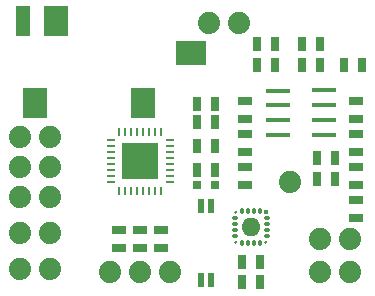
<source format=gts>
G04 (created by PCBNEW (2013-jul-07)-stable) date Fri 27 Jan 2017 11:51:30 PM EST*
%MOIN*%
G04 Gerber Fmt 3.4, Leading zero omitted, Abs format*
%FSLAX34Y34*%
G01*
G70*
G90*
G04 APERTURE LIST*
%ADD10C,0.00590551*%
%ADD11R,0.0133X0.0133*%
%ADD12O,0.011X0.024*%
%ADD13O,0.0133X0.0133*%
%ADD14O,0.024X0.011*%
%ADD15O,0.0629X0.0629*%
%ADD16R,0.0314X0.0112*%
%ADD17R,0.0112X0.0314*%
%ADD18R,0.124X0.124*%
%ADD19C,0.074*%
%ADD20R,0.045X0.025*%
%ADD21R,0.025X0.045*%
%ADD22R,0.0314X0.0314*%
%ADD23R,0.0236X0.0472*%
%ADD24R,0.0826772X0.0161417*%
%ADD25R,0.0787X0.0984*%
%ADD26R,0.0472X0.0984*%
%ADD27R,0.0984X0.0787*%
G04 APERTURE END LIST*
G54D10*
G54D11*
X16998Y-11599D03*
G54D12*
X16795Y-11575D03*
X16598Y-11575D03*
X16402Y-11575D03*
X16205Y-11575D03*
G54D13*
X16002Y-11602D03*
G54D14*
X15975Y-11805D03*
X15975Y-12002D03*
X15975Y-12198D03*
X15975Y-12395D03*
G54D13*
X16002Y-12598D03*
G54D12*
X16205Y-12625D03*
X16402Y-12625D03*
X16598Y-12625D03*
X16795Y-12625D03*
G54D13*
X16998Y-12598D03*
G54D14*
X17025Y-12395D03*
X17025Y-12198D03*
X17025Y-12002D03*
X17025Y-11805D03*
G54D15*
X16500Y-12100D03*
G54D16*
X13784Y-10588D03*
X13784Y-10392D03*
X13784Y-10195D03*
X13784Y-9998D03*
X13784Y-9802D03*
X13784Y-9605D03*
X13784Y-9408D03*
X13784Y-9212D03*
G54D17*
X13488Y-8916D03*
X13292Y-8916D03*
X13095Y-8916D03*
X12898Y-8916D03*
X12702Y-8916D03*
X12505Y-8916D03*
X12308Y-8916D03*
X12112Y-8916D03*
G54D16*
X11816Y-9212D03*
X11816Y-9408D03*
X11816Y-9605D03*
X11816Y-9802D03*
X11816Y-9998D03*
X11816Y-10195D03*
X11816Y-10392D03*
X11816Y-10588D03*
G54D17*
X12112Y-10884D03*
X12308Y-10884D03*
X12505Y-10884D03*
X12702Y-10884D03*
X12898Y-10884D03*
X13095Y-10884D03*
X13292Y-10884D03*
X13488Y-10884D03*
G54D18*
X12800Y-9900D03*
G54D19*
X8800Y-9100D03*
X9800Y-9100D03*
X8800Y-10100D03*
X9800Y-10100D03*
X8800Y-11100D03*
X9800Y-11100D03*
X15100Y-5300D03*
X16100Y-5300D03*
X9800Y-12300D03*
X8800Y-12300D03*
X8800Y-13500D03*
X9800Y-13500D03*
G54D20*
X16300Y-8500D03*
X16300Y-7900D03*
G54D21*
X17300Y-6700D03*
X16700Y-6700D03*
G54D20*
X20000Y-10700D03*
X20000Y-10100D03*
X16300Y-10700D03*
X16300Y-10100D03*
X16300Y-9600D03*
X16300Y-9000D03*
X20000Y-8500D03*
X20000Y-7900D03*
X20000Y-9600D03*
X20000Y-9000D03*
G54D21*
X18700Y-9800D03*
X19300Y-9800D03*
X18800Y-6000D03*
X18200Y-6000D03*
X18800Y-6700D03*
X18200Y-6700D03*
X17300Y-6000D03*
X16700Y-6000D03*
X15300Y-9400D03*
X14700Y-9400D03*
X19600Y-6700D03*
X20200Y-6700D03*
G54D20*
X20000Y-11800D03*
X20000Y-11200D03*
G54D21*
X15300Y-10200D03*
X14700Y-10200D03*
X15300Y-8000D03*
X14700Y-8000D03*
X14700Y-8600D03*
X15300Y-8600D03*
G54D20*
X12800Y-12800D03*
X12800Y-12200D03*
G54D21*
X19300Y-10500D03*
X18700Y-10500D03*
G54D20*
X13500Y-12800D03*
X13500Y-12200D03*
X12100Y-12800D03*
X12100Y-12200D03*
G54D21*
X16796Y-13267D03*
X16196Y-13267D03*
X16196Y-13937D03*
X16796Y-13937D03*
G54D22*
X14705Y-10700D03*
X15295Y-10700D03*
G54D23*
X14828Y-11384D03*
X15182Y-11384D03*
X15182Y-13864D03*
X14828Y-13864D03*
G54D24*
X17401Y-7551D03*
X17401Y-8019D03*
X17401Y-8519D03*
X17401Y-9019D03*
X18937Y-7519D03*
X18937Y-8019D03*
X18937Y-8519D03*
X18937Y-9019D03*
G54D25*
X9992Y-5242D03*
G54D26*
X8890Y-5242D03*
G54D25*
X9284Y-7958D03*
X12906Y-7958D03*
G54D27*
X14500Y-6305D03*
G54D19*
X13800Y-13600D03*
X12800Y-13600D03*
X11800Y-13600D03*
X18800Y-13600D03*
X19800Y-13600D03*
X19800Y-12500D03*
X18800Y-12500D03*
X17800Y-10600D03*
M02*

</source>
